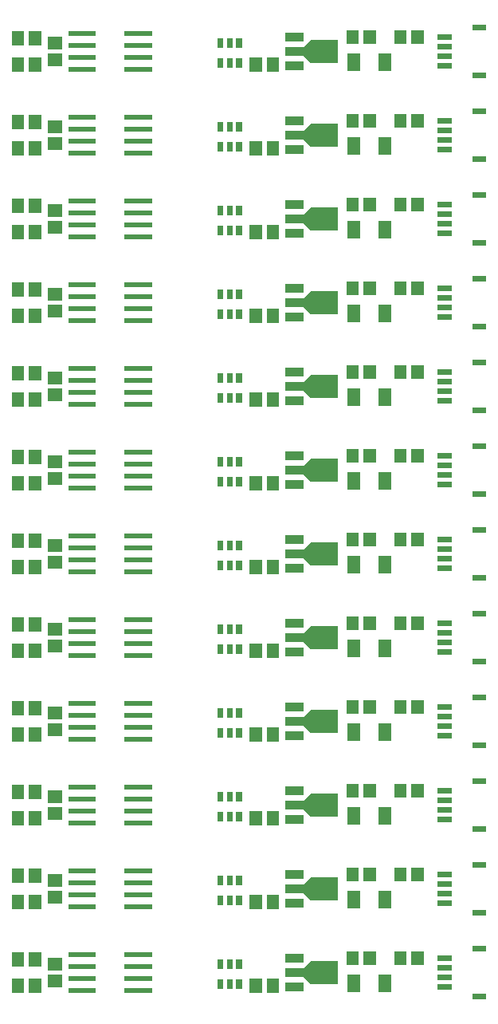
<source format=gbr>
G04 start of page 11 for group -4015 idx -4015 *
G04 Title: (unknown), toppaste *
G04 Creator: pcb 4.0.2 *
G04 CreationDate: Thu Feb  9 20:54:50 2023 UTC *
G04 For: petersen *
G04 Format: Gerber/RS-274X *
G04 PCB-Dimensions (mil): 3000.00 5500.00 *
G04 PCB-Coordinate-Origin: lower left *
%MOIN*%
%FSLAX25Y25*%
%LNTOPPASTE*%
%ADD53C,0.0001*%
G54D53*G36*
X228750Y466750D02*X223250D01*
Y459250D01*
X228750D01*
Y466750D01*
G37*
G36*
X215750D02*X210250D01*
Y459250D01*
X215750D01*
Y466750D01*
G37*
G36*
X85048Y466516D02*Y461398D01*
X90952D01*
Y466516D01*
X85048D01*
G37*
G36*
Y473602D02*Y468484D01*
X90952D01*
Y473602D01*
X85048D01*
G37*
G36*
X75016Y464952D02*X69898D01*
Y459048D01*
X75016D01*
Y464952D01*
G37*
G36*
X82102D02*X76984D01*
Y459048D01*
X82102D01*
Y464952D01*
G37*
G36*
X75016Y475952D02*X69898D01*
Y470048D01*
X75016D01*
Y475952D01*
G37*
G36*
X82102D02*X76984D01*
Y470048D01*
X82102D01*
Y475952D01*
G37*
G36*
X247949Y462775D02*Y460413D01*
X254051D01*
Y462775D01*
X247949D01*
G37*
G36*
Y466712D02*Y464350D01*
X254051D01*
Y466712D01*
X247949D01*
G37*
G36*
Y470650D02*Y468288D01*
X254051D01*
Y470650D01*
X247949D01*
G37*
G36*
Y474587D02*Y472225D01*
X254051D01*
Y474587D01*
X247949D01*
G37*
G36*
X262742Y458711D02*Y456211D01*
X268392D01*
Y458711D01*
X262742D01*
G37*
G36*
Y478789D02*Y476289D01*
X268392D01*
Y478789D01*
X262742D01*
G37*
G36*
X166100Y473000D02*X163700D01*
Y469000D01*
X166100D01*
Y473000D01*
G37*
G36*
X162200D02*X159800D01*
Y469000D01*
X162200D01*
Y473000D01*
G37*
G36*
X158300D02*X155900D01*
Y469000D01*
X158300D01*
Y473000D01*
G37*
G36*
Y464800D02*X155900D01*
Y460800D01*
X158300D01*
Y464800D01*
G37*
G36*
X162200D02*X159800D01*
Y460800D01*
X162200D01*
Y464800D01*
G37*
G36*
X166100D02*X163700D01*
Y460800D01*
X166100D01*
Y464800D01*
G37*
G36*
X184126Y475296D02*Y471516D01*
X192000D01*
Y475296D01*
X184126D01*
G37*
G36*
Y469390D02*Y465610D01*
X199716D01*
Y469390D01*
X184126D01*
G37*
G36*
X194835Y472225D02*Y462775D01*
X206175D01*
Y472225D01*
X194835D01*
G37*
G36*
X196255Y470805D02*X194835Y472225D01*
X191995Y469385D01*
X193415Y467965D01*
X196255Y470805D01*
G37*
G36*
X193415Y467035D02*X191995Y465615D01*
X194835Y462775D01*
X196255Y464195D01*
X193415Y467035D01*
G37*
G36*
X184126Y463484D02*Y459704D01*
X192000D01*
Y463484D01*
X184126D01*
G37*
G36*
X181602Y464952D02*X176484D01*
Y459048D01*
X181602D01*
Y464952D01*
G37*
G36*
X174516D02*X169398D01*
Y459048D01*
X174516D01*
Y464952D01*
G37*
G36*
X215016Y476452D02*X209898D01*
Y470548D01*
X215016D01*
Y476452D01*
G37*
G36*
X222102D02*X216984D01*
Y470548D01*
X222102D01*
Y476452D01*
G37*
G36*
X235016D02*X229898D01*
Y470548D01*
X235016D01*
Y476452D01*
G37*
G36*
X242102D02*X236984D01*
Y470548D01*
X242102D01*
Y476452D01*
G37*
G36*
X96500Y476000D02*Y474000D01*
X105000D01*
Y476000D01*
X96500D01*
G37*
G36*
Y471000D02*Y469000D01*
X105000D01*
Y471000D01*
X96500D01*
G37*
G36*
Y466000D02*Y464000D01*
X105000D01*
Y466000D01*
X96500D01*
G37*
G36*
Y461000D02*Y459000D01*
X105000D01*
Y461000D01*
X96500D01*
G37*
G36*
X117000D02*Y459000D01*
X125500D01*
Y461000D01*
X117000D01*
G37*
G36*
Y466000D02*Y464000D01*
X125500D01*
Y466000D01*
X117000D01*
G37*
G36*
Y471000D02*Y469000D01*
X125500D01*
Y471000D01*
X117000D01*
G37*
G36*
Y476000D02*Y474000D01*
X125500D01*
Y476000D01*
X117000D01*
G37*
G36*
X93500D02*Y474000D01*
X102000D01*
Y476000D01*
X93500D01*
G37*
G36*
Y471000D02*Y469000D01*
X102000D01*
Y471000D01*
X93500D01*
G37*
G36*
Y466000D02*Y464000D01*
X102000D01*
Y466000D01*
X93500D01*
G37*
G36*
Y461000D02*Y459000D01*
X102000D01*
Y461000D01*
X93500D01*
G37*
G36*
X120000D02*Y459000D01*
X128500D01*
Y461000D01*
X120000D01*
G37*
G36*
Y466000D02*Y464000D01*
X128500D01*
Y466000D01*
X120000D01*
G37*
G36*
Y471000D02*Y469000D01*
X128500D01*
Y471000D01*
X120000D01*
G37*
G36*
Y476000D02*Y474000D01*
X128500D01*
Y476000D01*
X120000D01*
G37*
G36*
X228750Y431750D02*X223250D01*
Y424250D01*
X228750D01*
Y431750D01*
G37*
G36*
X215750D02*X210250D01*
Y424250D01*
X215750D01*
Y431750D01*
G37*
G36*
X85048Y431516D02*Y426398D01*
X90952D01*
Y431516D01*
X85048D01*
G37*
G36*
Y438602D02*Y433484D01*
X90952D01*
Y438602D01*
X85048D01*
G37*
G36*
X75016Y429952D02*X69898D01*
Y424048D01*
X75016D01*
Y429952D01*
G37*
G36*
X82102D02*X76984D01*
Y424048D01*
X82102D01*
Y429952D01*
G37*
G36*
X75016Y440952D02*X69898D01*
Y435048D01*
X75016D01*
Y440952D01*
G37*
G36*
X82102D02*X76984D01*
Y435048D01*
X82102D01*
Y440952D01*
G37*
G36*
X247949Y427775D02*Y425413D01*
X254051D01*
Y427775D01*
X247949D01*
G37*
G36*
Y431712D02*Y429350D01*
X254051D01*
Y431712D01*
X247949D01*
G37*
G36*
Y435650D02*Y433288D01*
X254051D01*
Y435650D01*
X247949D01*
G37*
G36*
Y439587D02*Y437225D01*
X254051D01*
Y439587D01*
X247949D01*
G37*
G36*
X262742Y423711D02*Y421211D01*
X268392D01*
Y423711D01*
X262742D01*
G37*
G36*
Y443789D02*Y441289D01*
X268392D01*
Y443789D01*
X262742D01*
G37*
G36*
X166100Y438000D02*X163700D01*
Y434000D01*
X166100D01*
Y438000D01*
G37*
G36*
X162200D02*X159800D01*
Y434000D01*
X162200D01*
Y438000D01*
G37*
G36*
X158300D02*X155900D01*
Y434000D01*
X158300D01*
Y438000D01*
G37*
G36*
Y429800D02*X155900D01*
Y425800D01*
X158300D01*
Y429800D01*
G37*
G36*
X162200D02*X159800D01*
Y425800D01*
X162200D01*
Y429800D01*
G37*
G36*
X166100D02*X163700D01*
Y425800D01*
X166100D01*
Y429800D01*
G37*
G36*
X184126Y440296D02*Y436516D01*
X192000D01*
Y440296D01*
X184126D01*
G37*
G36*
Y434390D02*Y430610D01*
X199716D01*
Y434390D01*
X184126D01*
G37*
G36*
X194835Y437225D02*Y427775D01*
X206175D01*
Y437225D01*
X194835D01*
G37*
G36*
X196255Y435805D02*X194835Y437225D01*
X191995Y434385D01*
X193415Y432965D01*
X196255Y435805D01*
G37*
G36*
X193415Y432035D02*X191995Y430615D01*
X194835Y427775D01*
X196255Y429195D01*
X193415Y432035D01*
G37*
G36*
X184126Y428484D02*Y424704D01*
X192000D01*
Y428484D01*
X184126D01*
G37*
G36*
X181602Y429952D02*X176484D01*
Y424048D01*
X181602D01*
Y429952D01*
G37*
G36*
X174516D02*X169398D01*
Y424048D01*
X174516D01*
Y429952D01*
G37*
G36*
X215016Y441452D02*X209898D01*
Y435548D01*
X215016D01*
Y441452D01*
G37*
G36*
X222102D02*X216984D01*
Y435548D01*
X222102D01*
Y441452D01*
G37*
G36*
X235016D02*X229898D01*
Y435548D01*
X235016D01*
Y441452D01*
G37*
G36*
X242102D02*X236984D01*
Y435548D01*
X242102D01*
Y441452D01*
G37*
G36*
X96500Y441000D02*Y439000D01*
X105000D01*
Y441000D01*
X96500D01*
G37*
G36*
Y436000D02*Y434000D01*
X105000D01*
Y436000D01*
X96500D01*
G37*
G36*
Y431000D02*Y429000D01*
X105000D01*
Y431000D01*
X96500D01*
G37*
G36*
Y426000D02*Y424000D01*
X105000D01*
Y426000D01*
X96500D01*
G37*
G36*
X117000D02*Y424000D01*
X125500D01*
Y426000D01*
X117000D01*
G37*
G36*
Y431000D02*Y429000D01*
X125500D01*
Y431000D01*
X117000D01*
G37*
G36*
Y436000D02*Y434000D01*
X125500D01*
Y436000D01*
X117000D01*
G37*
G36*
Y441000D02*Y439000D01*
X125500D01*
Y441000D01*
X117000D01*
G37*
G36*
X93500D02*Y439000D01*
X102000D01*
Y441000D01*
X93500D01*
G37*
G36*
Y436000D02*Y434000D01*
X102000D01*
Y436000D01*
X93500D01*
G37*
G36*
Y431000D02*Y429000D01*
X102000D01*
Y431000D01*
X93500D01*
G37*
G36*
Y426000D02*Y424000D01*
X102000D01*
Y426000D01*
X93500D01*
G37*
G36*
X120000D02*Y424000D01*
X128500D01*
Y426000D01*
X120000D01*
G37*
G36*
Y431000D02*Y429000D01*
X128500D01*
Y431000D01*
X120000D01*
G37*
G36*
Y436000D02*Y434000D01*
X128500D01*
Y436000D01*
X120000D01*
G37*
G36*
Y441000D02*Y439000D01*
X128500D01*
Y441000D01*
X120000D01*
G37*
G36*
X228750Y396750D02*X223250D01*
Y389250D01*
X228750D01*
Y396750D01*
G37*
G36*
X215750D02*X210250D01*
Y389250D01*
X215750D01*
Y396750D01*
G37*
G36*
X85048Y396516D02*Y391398D01*
X90952D01*
Y396516D01*
X85048D01*
G37*
G36*
Y403602D02*Y398484D01*
X90952D01*
Y403602D01*
X85048D01*
G37*
G36*
X75016Y394952D02*X69898D01*
Y389048D01*
X75016D01*
Y394952D01*
G37*
G36*
X82102D02*X76984D01*
Y389048D01*
X82102D01*
Y394952D01*
G37*
G36*
X75016Y405952D02*X69898D01*
Y400048D01*
X75016D01*
Y405952D01*
G37*
G36*
X82102D02*X76984D01*
Y400048D01*
X82102D01*
Y405952D01*
G37*
G36*
X247949Y392775D02*Y390413D01*
X254051D01*
Y392775D01*
X247949D01*
G37*
G36*
Y396712D02*Y394350D01*
X254051D01*
Y396712D01*
X247949D01*
G37*
G36*
Y400650D02*Y398288D01*
X254051D01*
Y400650D01*
X247949D01*
G37*
G36*
Y404587D02*Y402225D01*
X254051D01*
Y404587D01*
X247949D01*
G37*
G36*
X262742Y388711D02*Y386211D01*
X268392D01*
Y388711D01*
X262742D01*
G37*
G36*
Y408789D02*Y406289D01*
X268392D01*
Y408789D01*
X262742D01*
G37*
G36*
X166100Y403000D02*X163700D01*
Y399000D01*
X166100D01*
Y403000D01*
G37*
G36*
X162200D02*X159800D01*
Y399000D01*
X162200D01*
Y403000D01*
G37*
G36*
X158300D02*X155900D01*
Y399000D01*
X158300D01*
Y403000D01*
G37*
G36*
Y394800D02*X155900D01*
Y390800D01*
X158300D01*
Y394800D01*
G37*
G36*
X162200D02*X159800D01*
Y390800D01*
X162200D01*
Y394800D01*
G37*
G36*
X166100D02*X163700D01*
Y390800D01*
X166100D01*
Y394800D01*
G37*
G36*
X184126Y405296D02*Y401516D01*
X192000D01*
Y405296D01*
X184126D01*
G37*
G36*
Y399390D02*Y395610D01*
X199716D01*
Y399390D01*
X184126D01*
G37*
G36*
X194835Y402225D02*Y392775D01*
X206175D01*
Y402225D01*
X194835D01*
G37*
G36*
X196255Y400805D02*X194835Y402225D01*
X191995Y399385D01*
X193415Y397965D01*
X196255Y400805D01*
G37*
G36*
X193415Y397035D02*X191995Y395615D01*
X194835Y392775D01*
X196255Y394195D01*
X193415Y397035D01*
G37*
G36*
X184126Y393484D02*Y389704D01*
X192000D01*
Y393484D01*
X184126D01*
G37*
G36*
X181602Y394952D02*X176484D01*
Y389048D01*
X181602D01*
Y394952D01*
G37*
G36*
X174516D02*X169398D01*
Y389048D01*
X174516D01*
Y394952D01*
G37*
G36*
X215016Y406452D02*X209898D01*
Y400548D01*
X215016D01*
Y406452D01*
G37*
G36*
X222102D02*X216984D01*
Y400548D01*
X222102D01*
Y406452D01*
G37*
G36*
X235016D02*X229898D01*
Y400548D01*
X235016D01*
Y406452D01*
G37*
G36*
X242102D02*X236984D01*
Y400548D01*
X242102D01*
Y406452D01*
G37*
G36*
X96500Y406000D02*Y404000D01*
X105000D01*
Y406000D01*
X96500D01*
G37*
G36*
Y401000D02*Y399000D01*
X105000D01*
Y401000D01*
X96500D01*
G37*
G36*
Y396000D02*Y394000D01*
X105000D01*
Y396000D01*
X96500D01*
G37*
G36*
Y391000D02*Y389000D01*
X105000D01*
Y391000D01*
X96500D01*
G37*
G36*
X117000D02*Y389000D01*
X125500D01*
Y391000D01*
X117000D01*
G37*
G36*
Y396000D02*Y394000D01*
X125500D01*
Y396000D01*
X117000D01*
G37*
G36*
Y401000D02*Y399000D01*
X125500D01*
Y401000D01*
X117000D01*
G37*
G36*
Y406000D02*Y404000D01*
X125500D01*
Y406000D01*
X117000D01*
G37*
G36*
X93500D02*Y404000D01*
X102000D01*
Y406000D01*
X93500D01*
G37*
G36*
Y401000D02*Y399000D01*
X102000D01*
Y401000D01*
X93500D01*
G37*
G36*
Y396000D02*Y394000D01*
X102000D01*
Y396000D01*
X93500D01*
G37*
G36*
Y391000D02*Y389000D01*
X102000D01*
Y391000D01*
X93500D01*
G37*
G36*
X120000D02*Y389000D01*
X128500D01*
Y391000D01*
X120000D01*
G37*
G36*
Y396000D02*Y394000D01*
X128500D01*
Y396000D01*
X120000D01*
G37*
G36*
Y401000D02*Y399000D01*
X128500D01*
Y401000D01*
X120000D01*
G37*
G36*
Y406000D02*Y404000D01*
X128500D01*
Y406000D01*
X120000D01*
G37*
G36*
X228750Y361750D02*X223250D01*
Y354250D01*
X228750D01*
Y361750D01*
G37*
G36*
X215750D02*X210250D01*
Y354250D01*
X215750D01*
Y361750D01*
G37*
G36*
X85048Y361516D02*Y356398D01*
X90952D01*
Y361516D01*
X85048D01*
G37*
G36*
Y368602D02*Y363484D01*
X90952D01*
Y368602D01*
X85048D01*
G37*
G36*
X75016Y359952D02*X69898D01*
Y354048D01*
X75016D01*
Y359952D01*
G37*
G36*
X82102D02*X76984D01*
Y354048D01*
X82102D01*
Y359952D01*
G37*
G36*
X75016Y370952D02*X69898D01*
Y365048D01*
X75016D01*
Y370952D01*
G37*
G36*
X82102D02*X76984D01*
Y365048D01*
X82102D01*
Y370952D01*
G37*
G36*
X247949Y357775D02*Y355413D01*
X254051D01*
Y357775D01*
X247949D01*
G37*
G36*
Y361712D02*Y359350D01*
X254051D01*
Y361712D01*
X247949D01*
G37*
G36*
Y365650D02*Y363288D01*
X254051D01*
Y365650D01*
X247949D01*
G37*
G36*
Y369587D02*Y367225D01*
X254051D01*
Y369587D01*
X247949D01*
G37*
G36*
X262742Y353711D02*Y351211D01*
X268392D01*
Y353711D01*
X262742D01*
G37*
G36*
Y373789D02*Y371289D01*
X268392D01*
Y373789D01*
X262742D01*
G37*
G36*
X166100Y368000D02*X163700D01*
Y364000D01*
X166100D01*
Y368000D01*
G37*
G36*
X162200D02*X159800D01*
Y364000D01*
X162200D01*
Y368000D01*
G37*
G36*
X158300D02*X155900D01*
Y364000D01*
X158300D01*
Y368000D01*
G37*
G36*
Y359800D02*X155900D01*
Y355800D01*
X158300D01*
Y359800D01*
G37*
G36*
X162200D02*X159800D01*
Y355800D01*
X162200D01*
Y359800D01*
G37*
G36*
X166100D02*X163700D01*
Y355800D01*
X166100D01*
Y359800D01*
G37*
G36*
X184126Y370296D02*Y366516D01*
X192000D01*
Y370296D01*
X184126D01*
G37*
G36*
Y364390D02*Y360610D01*
X199716D01*
Y364390D01*
X184126D01*
G37*
G36*
X194835Y367225D02*Y357775D01*
X206175D01*
Y367225D01*
X194835D01*
G37*
G36*
X196255Y365805D02*X194835Y367225D01*
X191995Y364385D01*
X193415Y362965D01*
X196255Y365805D01*
G37*
G36*
X193415Y362035D02*X191995Y360615D01*
X194835Y357775D01*
X196255Y359195D01*
X193415Y362035D01*
G37*
G36*
X184126Y358484D02*Y354704D01*
X192000D01*
Y358484D01*
X184126D01*
G37*
G36*
X181602Y359952D02*X176484D01*
Y354048D01*
X181602D01*
Y359952D01*
G37*
G36*
X174516D02*X169398D01*
Y354048D01*
X174516D01*
Y359952D01*
G37*
G36*
X215016Y371452D02*X209898D01*
Y365548D01*
X215016D01*
Y371452D01*
G37*
G36*
X222102D02*X216984D01*
Y365548D01*
X222102D01*
Y371452D01*
G37*
G36*
X235016D02*X229898D01*
Y365548D01*
X235016D01*
Y371452D01*
G37*
G36*
X242102D02*X236984D01*
Y365548D01*
X242102D01*
Y371452D01*
G37*
G36*
X96500Y371000D02*Y369000D01*
X105000D01*
Y371000D01*
X96500D01*
G37*
G36*
Y366000D02*Y364000D01*
X105000D01*
Y366000D01*
X96500D01*
G37*
G36*
Y361000D02*Y359000D01*
X105000D01*
Y361000D01*
X96500D01*
G37*
G36*
Y356000D02*Y354000D01*
X105000D01*
Y356000D01*
X96500D01*
G37*
G36*
X117000D02*Y354000D01*
X125500D01*
Y356000D01*
X117000D01*
G37*
G36*
Y361000D02*Y359000D01*
X125500D01*
Y361000D01*
X117000D01*
G37*
G36*
Y366000D02*Y364000D01*
X125500D01*
Y366000D01*
X117000D01*
G37*
G36*
Y371000D02*Y369000D01*
X125500D01*
Y371000D01*
X117000D01*
G37*
G36*
X93500D02*Y369000D01*
X102000D01*
Y371000D01*
X93500D01*
G37*
G36*
Y366000D02*Y364000D01*
X102000D01*
Y366000D01*
X93500D01*
G37*
G36*
Y361000D02*Y359000D01*
X102000D01*
Y361000D01*
X93500D01*
G37*
G36*
Y356000D02*Y354000D01*
X102000D01*
Y356000D01*
X93500D01*
G37*
G36*
X120000D02*Y354000D01*
X128500D01*
Y356000D01*
X120000D01*
G37*
G36*
Y361000D02*Y359000D01*
X128500D01*
Y361000D01*
X120000D01*
G37*
G36*
Y366000D02*Y364000D01*
X128500D01*
Y366000D01*
X120000D01*
G37*
G36*
Y371000D02*Y369000D01*
X128500D01*
Y371000D01*
X120000D01*
G37*
G36*
X228750Y326750D02*X223250D01*
Y319250D01*
X228750D01*
Y326750D01*
G37*
G36*
X215750D02*X210250D01*
Y319250D01*
X215750D01*
Y326750D01*
G37*
G36*
X85048Y326516D02*Y321398D01*
X90952D01*
Y326516D01*
X85048D01*
G37*
G36*
Y333602D02*Y328484D01*
X90952D01*
Y333602D01*
X85048D01*
G37*
G36*
X75016Y324952D02*X69898D01*
Y319048D01*
X75016D01*
Y324952D01*
G37*
G36*
X82102D02*X76984D01*
Y319048D01*
X82102D01*
Y324952D01*
G37*
G36*
X75016Y335952D02*X69898D01*
Y330048D01*
X75016D01*
Y335952D01*
G37*
G36*
X82102D02*X76984D01*
Y330048D01*
X82102D01*
Y335952D01*
G37*
G36*
X247949Y322775D02*Y320413D01*
X254051D01*
Y322775D01*
X247949D01*
G37*
G36*
Y326712D02*Y324350D01*
X254051D01*
Y326712D01*
X247949D01*
G37*
G36*
Y330650D02*Y328288D01*
X254051D01*
Y330650D01*
X247949D01*
G37*
G36*
Y334587D02*Y332225D01*
X254051D01*
Y334587D01*
X247949D01*
G37*
G36*
X262742Y318711D02*Y316211D01*
X268392D01*
Y318711D01*
X262742D01*
G37*
G36*
Y338789D02*Y336289D01*
X268392D01*
Y338789D01*
X262742D01*
G37*
G36*
X166100Y333000D02*X163700D01*
Y329000D01*
X166100D01*
Y333000D01*
G37*
G36*
X162200D02*X159800D01*
Y329000D01*
X162200D01*
Y333000D01*
G37*
G36*
X158300D02*X155900D01*
Y329000D01*
X158300D01*
Y333000D01*
G37*
G36*
Y324800D02*X155900D01*
Y320800D01*
X158300D01*
Y324800D01*
G37*
G36*
X162200D02*X159800D01*
Y320800D01*
X162200D01*
Y324800D01*
G37*
G36*
X166100D02*X163700D01*
Y320800D01*
X166100D01*
Y324800D01*
G37*
G36*
X184126Y335296D02*Y331516D01*
X192000D01*
Y335296D01*
X184126D01*
G37*
G36*
Y329390D02*Y325610D01*
X199716D01*
Y329390D01*
X184126D01*
G37*
G36*
X194835Y332225D02*Y322775D01*
X206175D01*
Y332225D01*
X194835D01*
G37*
G36*
X196255Y330805D02*X194835Y332225D01*
X191995Y329385D01*
X193415Y327965D01*
X196255Y330805D01*
G37*
G36*
X193415Y327035D02*X191995Y325615D01*
X194835Y322775D01*
X196255Y324195D01*
X193415Y327035D01*
G37*
G36*
X184126Y323484D02*Y319704D01*
X192000D01*
Y323484D01*
X184126D01*
G37*
G36*
X181602Y324952D02*X176484D01*
Y319048D01*
X181602D01*
Y324952D01*
G37*
G36*
X174516D02*X169398D01*
Y319048D01*
X174516D01*
Y324952D01*
G37*
G36*
X215016Y336452D02*X209898D01*
Y330548D01*
X215016D01*
Y336452D01*
G37*
G36*
X222102D02*X216984D01*
Y330548D01*
X222102D01*
Y336452D01*
G37*
G36*
X235016D02*X229898D01*
Y330548D01*
X235016D01*
Y336452D01*
G37*
G36*
X242102D02*X236984D01*
Y330548D01*
X242102D01*
Y336452D01*
G37*
G36*
X96500Y336000D02*Y334000D01*
X105000D01*
Y336000D01*
X96500D01*
G37*
G36*
Y331000D02*Y329000D01*
X105000D01*
Y331000D01*
X96500D01*
G37*
G36*
Y326000D02*Y324000D01*
X105000D01*
Y326000D01*
X96500D01*
G37*
G36*
Y321000D02*Y319000D01*
X105000D01*
Y321000D01*
X96500D01*
G37*
G36*
X117000D02*Y319000D01*
X125500D01*
Y321000D01*
X117000D01*
G37*
G36*
Y326000D02*Y324000D01*
X125500D01*
Y326000D01*
X117000D01*
G37*
G36*
Y331000D02*Y329000D01*
X125500D01*
Y331000D01*
X117000D01*
G37*
G36*
Y336000D02*Y334000D01*
X125500D01*
Y336000D01*
X117000D01*
G37*
G36*
X93500D02*Y334000D01*
X102000D01*
Y336000D01*
X93500D01*
G37*
G36*
Y331000D02*Y329000D01*
X102000D01*
Y331000D01*
X93500D01*
G37*
G36*
Y326000D02*Y324000D01*
X102000D01*
Y326000D01*
X93500D01*
G37*
G36*
Y321000D02*Y319000D01*
X102000D01*
Y321000D01*
X93500D01*
G37*
G36*
X120000D02*Y319000D01*
X128500D01*
Y321000D01*
X120000D01*
G37*
G36*
Y326000D02*Y324000D01*
X128500D01*
Y326000D01*
X120000D01*
G37*
G36*
Y331000D02*Y329000D01*
X128500D01*
Y331000D01*
X120000D01*
G37*
G36*
Y336000D02*Y334000D01*
X128500D01*
Y336000D01*
X120000D01*
G37*
G36*
X228750Y291750D02*X223250D01*
Y284250D01*
X228750D01*
Y291750D01*
G37*
G36*
X215750D02*X210250D01*
Y284250D01*
X215750D01*
Y291750D01*
G37*
G36*
X85048Y291516D02*Y286398D01*
X90952D01*
Y291516D01*
X85048D01*
G37*
G36*
Y298602D02*Y293484D01*
X90952D01*
Y298602D01*
X85048D01*
G37*
G36*
X75016Y289952D02*X69898D01*
Y284048D01*
X75016D01*
Y289952D01*
G37*
G36*
X82102D02*X76984D01*
Y284048D01*
X82102D01*
Y289952D01*
G37*
G36*
X75016Y300952D02*X69898D01*
Y295048D01*
X75016D01*
Y300952D01*
G37*
G36*
X82102D02*X76984D01*
Y295048D01*
X82102D01*
Y300952D01*
G37*
G36*
X247949Y287775D02*Y285413D01*
X254051D01*
Y287775D01*
X247949D01*
G37*
G36*
Y291712D02*Y289350D01*
X254051D01*
Y291712D01*
X247949D01*
G37*
G36*
Y295650D02*Y293288D01*
X254051D01*
Y295650D01*
X247949D01*
G37*
G36*
Y299587D02*Y297225D01*
X254051D01*
Y299587D01*
X247949D01*
G37*
G36*
X262742Y283711D02*Y281211D01*
X268392D01*
Y283711D01*
X262742D01*
G37*
G36*
Y303789D02*Y301289D01*
X268392D01*
Y303789D01*
X262742D01*
G37*
G36*
X166100Y298000D02*X163700D01*
Y294000D01*
X166100D01*
Y298000D01*
G37*
G36*
X162200D02*X159800D01*
Y294000D01*
X162200D01*
Y298000D01*
G37*
G36*
X158300D02*X155900D01*
Y294000D01*
X158300D01*
Y298000D01*
G37*
G36*
Y289800D02*X155900D01*
Y285800D01*
X158300D01*
Y289800D01*
G37*
G36*
X162200D02*X159800D01*
Y285800D01*
X162200D01*
Y289800D01*
G37*
G36*
X166100D02*X163700D01*
Y285800D01*
X166100D01*
Y289800D01*
G37*
G36*
X184126Y300296D02*Y296516D01*
X192000D01*
Y300296D01*
X184126D01*
G37*
G36*
Y294390D02*Y290610D01*
X199716D01*
Y294390D01*
X184126D01*
G37*
G36*
X194835Y297225D02*Y287775D01*
X206175D01*
Y297225D01*
X194835D01*
G37*
G36*
X196255Y295805D02*X194835Y297225D01*
X191995Y294385D01*
X193415Y292965D01*
X196255Y295805D01*
G37*
G36*
X193415Y292035D02*X191995Y290615D01*
X194835Y287775D01*
X196255Y289195D01*
X193415Y292035D01*
G37*
G36*
X184126Y288484D02*Y284704D01*
X192000D01*
Y288484D01*
X184126D01*
G37*
G36*
X181602Y289952D02*X176484D01*
Y284048D01*
X181602D01*
Y289952D01*
G37*
G36*
X174516D02*X169398D01*
Y284048D01*
X174516D01*
Y289952D01*
G37*
G36*
X215016Y301452D02*X209898D01*
Y295548D01*
X215016D01*
Y301452D01*
G37*
G36*
X222102D02*X216984D01*
Y295548D01*
X222102D01*
Y301452D01*
G37*
G36*
X235016D02*X229898D01*
Y295548D01*
X235016D01*
Y301452D01*
G37*
G36*
X242102D02*X236984D01*
Y295548D01*
X242102D01*
Y301452D01*
G37*
G36*
X96500Y301000D02*Y299000D01*
X105000D01*
Y301000D01*
X96500D01*
G37*
G36*
Y296000D02*Y294000D01*
X105000D01*
Y296000D01*
X96500D01*
G37*
G36*
Y291000D02*Y289000D01*
X105000D01*
Y291000D01*
X96500D01*
G37*
G36*
Y286000D02*Y284000D01*
X105000D01*
Y286000D01*
X96500D01*
G37*
G36*
X117000D02*Y284000D01*
X125500D01*
Y286000D01*
X117000D01*
G37*
G36*
Y291000D02*Y289000D01*
X125500D01*
Y291000D01*
X117000D01*
G37*
G36*
Y296000D02*Y294000D01*
X125500D01*
Y296000D01*
X117000D01*
G37*
G36*
Y301000D02*Y299000D01*
X125500D01*
Y301000D01*
X117000D01*
G37*
G36*
X93500D02*Y299000D01*
X102000D01*
Y301000D01*
X93500D01*
G37*
G36*
Y296000D02*Y294000D01*
X102000D01*
Y296000D01*
X93500D01*
G37*
G36*
Y291000D02*Y289000D01*
X102000D01*
Y291000D01*
X93500D01*
G37*
G36*
Y286000D02*Y284000D01*
X102000D01*
Y286000D01*
X93500D01*
G37*
G36*
X120000D02*Y284000D01*
X128500D01*
Y286000D01*
X120000D01*
G37*
G36*
Y291000D02*Y289000D01*
X128500D01*
Y291000D01*
X120000D01*
G37*
G36*
Y296000D02*Y294000D01*
X128500D01*
Y296000D01*
X120000D01*
G37*
G36*
Y301000D02*Y299000D01*
X128500D01*
Y301000D01*
X120000D01*
G37*
G36*
X228750Y256750D02*X223250D01*
Y249250D01*
X228750D01*
Y256750D01*
G37*
G36*
X215750D02*X210250D01*
Y249250D01*
X215750D01*
Y256750D01*
G37*
G36*
X85048Y256516D02*Y251398D01*
X90952D01*
Y256516D01*
X85048D01*
G37*
G36*
Y263602D02*Y258484D01*
X90952D01*
Y263602D01*
X85048D01*
G37*
G36*
X75016Y254952D02*X69898D01*
Y249048D01*
X75016D01*
Y254952D01*
G37*
G36*
X82102D02*X76984D01*
Y249048D01*
X82102D01*
Y254952D01*
G37*
G36*
X75016Y265952D02*X69898D01*
Y260048D01*
X75016D01*
Y265952D01*
G37*
G36*
X82102D02*X76984D01*
Y260048D01*
X82102D01*
Y265952D01*
G37*
G36*
X247949Y252775D02*Y250413D01*
X254051D01*
Y252775D01*
X247949D01*
G37*
G36*
Y256712D02*Y254350D01*
X254051D01*
Y256712D01*
X247949D01*
G37*
G36*
Y260650D02*Y258288D01*
X254051D01*
Y260650D01*
X247949D01*
G37*
G36*
Y264587D02*Y262225D01*
X254051D01*
Y264587D01*
X247949D01*
G37*
G36*
X262742Y248711D02*Y246211D01*
X268392D01*
Y248711D01*
X262742D01*
G37*
G36*
Y268789D02*Y266289D01*
X268392D01*
Y268789D01*
X262742D01*
G37*
G36*
X166100Y263000D02*X163700D01*
Y259000D01*
X166100D01*
Y263000D01*
G37*
G36*
X162200D02*X159800D01*
Y259000D01*
X162200D01*
Y263000D01*
G37*
G36*
X158300D02*X155900D01*
Y259000D01*
X158300D01*
Y263000D01*
G37*
G36*
Y254800D02*X155900D01*
Y250800D01*
X158300D01*
Y254800D01*
G37*
G36*
X162200D02*X159800D01*
Y250800D01*
X162200D01*
Y254800D01*
G37*
G36*
X166100D02*X163700D01*
Y250800D01*
X166100D01*
Y254800D01*
G37*
G36*
X184126Y265296D02*Y261516D01*
X192000D01*
Y265296D01*
X184126D01*
G37*
G36*
Y259390D02*Y255610D01*
X199716D01*
Y259390D01*
X184126D01*
G37*
G36*
X194835Y262225D02*Y252775D01*
X206175D01*
Y262225D01*
X194835D01*
G37*
G36*
X196255Y260805D02*X194835Y262225D01*
X191995Y259385D01*
X193415Y257965D01*
X196255Y260805D01*
G37*
G36*
X193415Y257035D02*X191995Y255615D01*
X194835Y252775D01*
X196255Y254195D01*
X193415Y257035D01*
G37*
G36*
X184126Y253484D02*Y249704D01*
X192000D01*
Y253484D01*
X184126D01*
G37*
G36*
X181602Y254952D02*X176484D01*
Y249048D01*
X181602D01*
Y254952D01*
G37*
G36*
X174516D02*X169398D01*
Y249048D01*
X174516D01*
Y254952D01*
G37*
G36*
X215016Y266452D02*X209898D01*
Y260548D01*
X215016D01*
Y266452D01*
G37*
G36*
X222102D02*X216984D01*
Y260548D01*
X222102D01*
Y266452D01*
G37*
G36*
X235016D02*X229898D01*
Y260548D01*
X235016D01*
Y266452D01*
G37*
G36*
X242102D02*X236984D01*
Y260548D01*
X242102D01*
Y266452D01*
G37*
G36*
X96500Y266000D02*Y264000D01*
X105000D01*
Y266000D01*
X96500D01*
G37*
G36*
Y261000D02*Y259000D01*
X105000D01*
Y261000D01*
X96500D01*
G37*
G36*
Y256000D02*Y254000D01*
X105000D01*
Y256000D01*
X96500D01*
G37*
G36*
Y251000D02*Y249000D01*
X105000D01*
Y251000D01*
X96500D01*
G37*
G36*
X117000D02*Y249000D01*
X125500D01*
Y251000D01*
X117000D01*
G37*
G36*
Y256000D02*Y254000D01*
X125500D01*
Y256000D01*
X117000D01*
G37*
G36*
Y261000D02*Y259000D01*
X125500D01*
Y261000D01*
X117000D01*
G37*
G36*
Y266000D02*Y264000D01*
X125500D01*
Y266000D01*
X117000D01*
G37*
G36*
X93500D02*Y264000D01*
X102000D01*
Y266000D01*
X93500D01*
G37*
G36*
Y261000D02*Y259000D01*
X102000D01*
Y261000D01*
X93500D01*
G37*
G36*
Y256000D02*Y254000D01*
X102000D01*
Y256000D01*
X93500D01*
G37*
G36*
Y251000D02*Y249000D01*
X102000D01*
Y251000D01*
X93500D01*
G37*
G36*
X120000D02*Y249000D01*
X128500D01*
Y251000D01*
X120000D01*
G37*
G36*
Y256000D02*Y254000D01*
X128500D01*
Y256000D01*
X120000D01*
G37*
G36*
Y261000D02*Y259000D01*
X128500D01*
Y261000D01*
X120000D01*
G37*
G36*
Y266000D02*Y264000D01*
X128500D01*
Y266000D01*
X120000D01*
G37*
G36*
X228750Y221750D02*X223250D01*
Y214250D01*
X228750D01*
Y221750D01*
G37*
G36*
X215750D02*X210250D01*
Y214250D01*
X215750D01*
Y221750D01*
G37*
G36*
X85048Y221516D02*Y216398D01*
X90952D01*
Y221516D01*
X85048D01*
G37*
G36*
Y228602D02*Y223484D01*
X90952D01*
Y228602D01*
X85048D01*
G37*
G36*
X75016Y219952D02*X69898D01*
Y214048D01*
X75016D01*
Y219952D01*
G37*
G36*
X82102D02*X76984D01*
Y214048D01*
X82102D01*
Y219952D01*
G37*
G36*
X75016Y230952D02*X69898D01*
Y225048D01*
X75016D01*
Y230952D01*
G37*
G36*
X82102D02*X76984D01*
Y225048D01*
X82102D01*
Y230952D01*
G37*
G36*
X247949Y217775D02*Y215413D01*
X254051D01*
Y217775D01*
X247949D01*
G37*
G36*
Y221712D02*Y219350D01*
X254051D01*
Y221712D01*
X247949D01*
G37*
G36*
Y225650D02*Y223288D01*
X254051D01*
Y225650D01*
X247949D01*
G37*
G36*
Y229587D02*Y227225D01*
X254051D01*
Y229587D01*
X247949D01*
G37*
G36*
X262742Y213711D02*Y211211D01*
X268392D01*
Y213711D01*
X262742D01*
G37*
G36*
Y233789D02*Y231289D01*
X268392D01*
Y233789D01*
X262742D01*
G37*
G36*
X166100Y228000D02*X163700D01*
Y224000D01*
X166100D01*
Y228000D01*
G37*
G36*
X162200D02*X159800D01*
Y224000D01*
X162200D01*
Y228000D01*
G37*
G36*
X158300D02*X155900D01*
Y224000D01*
X158300D01*
Y228000D01*
G37*
G36*
Y219800D02*X155900D01*
Y215800D01*
X158300D01*
Y219800D01*
G37*
G36*
X162200D02*X159800D01*
Y215800D01*
X162200D01*
Y219800D01*
G37*
G36*
X166100D02*X163700D01*
Y215800D01*
X166100D01*
Y219800D01*
G37*
G36*
X184126Y230296D02*Y226516D01*
X192000D01*
Y230296D01*
X184126D01*
G37*
G36*
Y224390D02*Y220610D01*
X199716D01*
Y224390D01*
X184126D01*
G37*
G36*
X194835Y227225D02*Y217775D01*
X206175D01*
Y227225D01*
X194835D01*
G37*
G36*
X196255Y225805D02*X194835Y227225D01*
X191995Y224385D01*
X193415Y222965D01*
X196255Y225805D01*
G37*
G36*
X193415Y222035D02*X191995Y220615D01*
X194835Y217775D01*
X196255Y219195D01*
X193415Y222035D01*
G37*
G36*
X184126Y218484D02*Y214704D01*
X192000D01*
Y218484D01*
X184126D01*
G37*
G36*
X181602Y219952D02*X176484D01*
Y214048D01*
X181602D01*
Y219952D01*
G37*
G36*
X174516D02*X169398D01*
Y214048D01*
X174516D01*
Y219952D01*
G37*
G36*
X215016Y231452D02*X209898D01*
Y225548D01*
X215016D01*
Y231452D01*
G37*
G36*
X222102D02*X216984D01*
Y225548D01*
X222102D01*
Y231452D01*
G37*
G36*
X235016D02*X229898D01*
Y225548D01*
X235016D01*
Y231452D01*
G37*
G36*
X242102D02*X236984D01*
Y225548D01*
X242102D01*
Y231452D01*
G37*
G36*
X96500Y231000D02*Y229000D01*
X105000D01*
Y231000D01*
X96500D01*
G37*
G36*
Y226000D02*Y224000D01*
X105000D01*
Y226000D01*
X96500D01*
G37*
G36*
Y221000D02*Y219000D01*
X105000D01*
Y221000D01*
X96500D01*
G37*
G36*
Y216000D02*Y214000D01*
X105000D01*
Y216000D01*
X96500D01*
G37*
G36*
X117000D02*Y214000D01*
X125500D01*
Y216000D01*
X117000D01*
G37*
G36*
Y221000D02*Y219000D01*
X125500D01*
Y221000D01*
X117000D01*
G37*
G36*
Y226000D02*Y224000D01*
X125500D01*
Y226000D01*
X117000D01*
G37*
G36*
Y231000D02*Y229000D01*
X125500D01*
Y231000D01*
X117000D01*
G37*
G36*
X93500D02*Y229000D01*
X102000D01*
Y231000D01*
X93500D01*
G37*
G36*
Y226000D02*Y224000D01*
X102000D01*
Y226000D01*
X93500D01*
G37*
G36*
Y221000D02*Y219000D01*
X102000D01*
Y221000D01*
X93500D01*
G37*
G36*
Y216000D02*Y214000D01*
X102000D01*
Y216000D01*
X93500D01*
G37*
G36*
X120000D02*Y214000D01*
X128500D01*
Y216000D01*
X120000D01*
G37*
G36*
Y221000D02*Y219000D01*
X128500D01*
Y221000D01*
X120000D01*
G37*
G36*
Y226000D02*Y224000D01*
X128500D01*
Y226000D01*
X120000D01*
G37*
G36*
Y231000D02*Y229000D01*
X128500D01*
Y231000D01*
X120000D01*
G37*
G36*
X228750Y186750D02*X223250D01*
Y179250D01*
X228750D01*
Y186750D01*
G37*
G36*
X215750D02*X210250D01*
Y179250D01*
X215750D01*
Y186750D01*
G37*
G36*
X85048Y186516D02*Y181398D01*
X90952D01*
Y186516D01*
X85048D01*
G37*
G36*
Y193602D02*Y188484D01*
X90952D01*
Y193602D01*
X85048D01*
G37*
G36*
X75016Y184952D02*X69898D01*
Y179048D01*
X75016D01*
Y184952D01*
G37*
G36*
X82102D02*X76984D01*
Y179048D01*
X82102D01*
Y184952D01*
G37*
G36*
X75016Y195952D02*X69898D01*
Y190048D01*
X75016D01*
Y195952D01*
G37*
G36*
X82102D02*X76984D01*
Y190048D01*
X82102D01*
Y195952D01*
G37*
G36*
X247949Y182775D02*Y180413D01*
X254051D01*
Y182775D01*
X247949D01*
G37*
G36*
Y186712D02*Y184350D01*
X254051D01*
Y186712D01*
X247949D01*
G37*
G36*
Y190650D02*Y188288D01*
X254051D01*
Y190650D01*
X247949D01*
G37*
G36*
Y194587D02*Y192225D01*
X254051D01*
Y194587D01*
X247949D01*
G37*
G36*
X262742Y178711D02*Y176211D01*
X268392D01*
Y178711D01*
X262742D01*
G37*
G36*
Y198789D02*Y196289D01*
X268392D01*
Y198789D01*
X262742D01*
G37*
G36*
X166100Y193000D02*X163700D01*
Y189000D01*
X166100D01*
Y193000D01*
G37*
G36*
X162200D02*X159800D01*
Y189000D01*
X162200D01*
Y193000D01*
G37*
G36*
X158300D02*X155900D01*
Y189000D01*
X158300D01*
Y193000D01*
G37*
G36*
Y184800D02*X155900D01*
Y180800D01*
X158300D01*
Y184800D01*
G37*
G36*
X162200D02*X159800D01*
Y180800D01*
X162200D01*
Y184800D01*
G37*
G36*
X166100D02*X163700D01*
Y180800D01*
X166100D01*
Y184800D01*
G37*
G36*
X184126Y195296D02*Y191516D01*
X192000D01*
Y195296D01*
X184126D01*
G37*
G36*
Y189390D02*Y185610D01*
X199716D01*
Y189390D01*
X184126D01*
G37*
G36*
X194835Y192225D02*Y182775D01*
X206175D01*
Y192225D01*
X194835D01*
G37*
G36*
X196255Y190805D02*X194835Y192225D01*
X191995Y189385D01*
X193415Y187965D01*
X196255Y190805D01*
G37*
G36*
X193415Y187035D02*X191995Y185615D01*
X194835Y182775D01*
X196255Y184195D01*
X193415Y187035D01*
G37*
G36*
X184126Y183484D02*Y179704D01*
X192000D01*
Y183484D01*
X184126D01*
G37*
G36*
X181602Y184952D02*X176484D01*
Y179048D01*
X181602D01*
Y184952D01*
G37*
G36*
X174516D02*X169398D01*
Y179048D01*
X174516D01*
Y184952D01*
G37*
G36*
X215016Y196452D02*X209898D01*
Y190548D01*
X215016D01*
Y196452D01*
G37*
G36*
X222102D02*X216984D01*
Y190548D01*
X222102D01*
Y196452D01*
G37*
G36*
X235016D02*X229898D01*
Y190548D01*
X235016D01*
Y196452D01*
G37*
G36*
X242102D02*X236984D01*
Y190548D01*
X242102D01*
Y196452D01*
G37*
G36*
X96500Y196000D02*Y194000D01*
X105000D01*
Y196000D01*
X96500D01*
G37*
G36*
Y191000D02*Y189000D01*
X105000D01*
Y191000D01*
X96500D01*
G37*
G36*
Y186000D02*Y184000D01*
X105000D01*
Y186000D01*
X96500D01*
G37*
G36*
Y181000D02*Y179000D01*
X105000D01*
Y181000D01*
X96500D01*
G37*
G36*
X117000D02*Y179000D01*
X125500D01*
Y181000D01*
X117000D01*
G37*
G36*
Y186000D02*Y184000D01*
X125500D01*
Y186000D01*
X117000D01*
G37*
G36*
Y191000D02*Y189000D01*
X125500D01*
Y191000D01*
X117000D01*
G37*
G36*
Y196000D02*Y194000D01*
X125500D01*
Y196000D01*
X117000D01*
G37*
G36*
X93500D02*Y194000D01*
X102000D01*
Y196000D01*
X93500D01*
G37*
G36*
Y191000D02*Y189000D01*
X102000D01*
Y191000D01*
X93500D01*
G37*
G36*
Y186000D02*Y184000D01*
X102000D01*
Y186000D01*
X93500D01*
G37*
G36*
Y181000D02*Y179000D01*
X102000D01*
Y181000D01*
X93500D01*
G37*
G36*
X120000D02*Y179000D01*
X128500D01*
Y181000D01*
X120000D01*
G37*
G36*
Y186000D02*Y184000D01*
X128500D01*
Y186000D01*
X120000D01*
G37*
G36*
Y191000D02*Y189000D01*
X128500D01*
Y191000D01*
X120000D01*
G37*
G36*
Y196000D02*Y194000D01*
X128500D01*
Y196000D01*
X120000D01*
G37*
G36*
X228750Y151750D02*X223250D01*
Y144250D01*
X228750D01*
Y151750D01*
G37*
G36*
X215750D02*X210250D01*
Y144250D01*
X215750D01*
Y151750D01*
G37*
G36*
X85048Y151516D02*Y146398D01*
X90952D01*
Y151516D01*
X85048D01*
G37*
G36*
Y158602D02*Y153484D01*
X90952D01*
Y158602D01*
X85048D01*
G37*
G36*
X75016Y149952D02*X69898D01*
Y144048D01*
X75016D01*
Y149952D01*
G37*
G36*
X82102D02*X76984D01*
Y144048D01*
X82102D01*
Y149952D01*
G37*
G36*
X75016Y160952D02*X69898D01*
Y155048D01*
X75016D01*
Y160952D01*
G37*
G36*
X82102D02*X76984D01*
Y155048D01*
X82102D01*
Y160952D01*
G37*
G36*
X247949Y147775D02*Y145413D01*
X254051D01*
Y147775D01*
X247949D01*
G37*
G36*
Y151712D02*Y149350D01*
X254051D01*
Y151712D01*
X247949D01*
G37*
G36*
Y155650D02*Y153288D01*
X254051D01*
Y155650D01*
X247949D01*
G37*
G36*
Y159587D02*Y157225D01*
X254051D01*
Y159587D01*
X247949D01*
G37*
G36*
X262742Y143711D02*Y141211D01*
X268392D01*
Y143711D01*
X262742D01*
G37*
G36*
Y163789D02*Y161289D01*
X268392D01*
Y163789D01*
X262742D01*
G37*
G36*
X166100Y158000D02*X163700D01*
Y154000D01*
X166100D01*
Y158000D01*
G37*
G36*
X162200D02*X159800D01*
Y154000D01*
X162200D01*
Y158000D01*
G37*
G36*
X158300D02*X155900D01*
Y154000D01*
X158300D01*
Y158000D01*
G37*
G36*
Y149800D02*X155900D01*
Y145800D01*
X158300D01*
Y149800D01*
G37*
G36*
X162200D02*X159800D01*
Y145800D01*
X162200D01*
Y149800D01*
G37*
G36*
X166100D02*X163700D01*
Y145800D01*
X166100D01*
Y149800D01*
G37*
G36*
X184126Y160296D02*Y156516D01*
X192000D01*
Y160296D01*
X184126D01*
G37*
G36*
Y154390D02*Y150610D01*
X199716D01*
Y154390D01*
X184126D01*
G37*
G36*
X194835Y157225D02*Y147775D01*
X206175D01*
Y157225D01*
X194835D01*
G37*
G36*
X196255Y155805D02*X194835Y157225D01*
X191995Y154385D01*
X193415Y152965D01*
X196255Y155805D01*
G37*
G36*
X193415Y152035D02*X191995Y150615D01*
X194835Y147775D01*
X196255Y149195D01*
X193415Y152035D01*
G37*
G36*
X184126Y148484D02*Y144704D01*
X192000D01*
Y148484D01*
X184126D01*
G37*
G36*
X181602Y149952D02*X176484D01*
Y144048D01*
X181602D01*
Y149952D01*
G37*
G36*
X174516D02*X169398D01*
Y144048D01*
X174516D01*
Y149952D01*
G37*
G36*
X215016Y161452D02*X209898D01*
Y155548D01*
X215016D01*
Y161452D01*
G37*
G36*
X222102D02*X216984D01*
Y155548D01*
X222102D01*
Y161452D01*
G37*
G36*
X235016D02*X229898D01*
Y155548D01*
X235016D01*
Y161452D01*
G37*
G36*
X242102D02*X236984D01*
Y155548D01*
X242102D01*
Y161452D01*
G37*
G36*
X96500Y161000D02*Y159000D01*
X105000D01*
Y161000D01*
X96500D01*
G37*
G36*
Y156000D02*Y154000D01*
X105000D01*
Y156000D01*
X96500D01*
G37*
G36*
Y151000D02*Y149000D01*
X105000D01*
Y151000D01*
X96500D01*
G37*
G36*
Y146000D02*Y144000D01*
X105000D01*
Y146000D01*
X96500D01*
G37*
G36*
X117000D02*Y144000D01*
X125500D01*
Y146000D01*
X117000D01*
G37*
G36*
Y151000D02*Y149000D01*
X125500D01*
Y151000D01*
X117000D01*
G37*
G36*
Y156000D02*Y154000D01*
X125500D01*
Y156000D01*
X117000D01*
G37*
G36*
Y161000D02*Y159000D01*
X125500D01*
Y161000D01*
X117000D01*
G37*
G36*
X93500D02*Y159000D01*
X102000D01*
Y161000D01*
X93500D01*
G37*
G36*
Y156000D02*Y154000D01*
X102000D01*
Y156000D01*
X93500D01*
G37*
G36*
Y151000D02*Y149000D01*
X102000D01*
Y151000D01*
X93500D01*
G37*
G36*
Y146000D02*Y144000D01*
X102000D01*
Y146000D01*
X93500D01*
G37*
G36*
X120000D02*Y144000D01*
X128500D01*
Y146000D01*
X120000D01*
G37*
G36*
Y151000D02*Y149000D01*
X128500D01*
Y151000D01*
X120000D01*
G37*
G36*
Y156000D02*Y154000D01*
X128500D01*
Y156000D01*
X120000D01*
G37*
G36*
Y161000D02*Y159000D01*
X128500D01*
Y161000D01*
X120000D01*
G37*
G36*
X228750Y116750D02*X223250D01*
Y109250D01*
X228750D01*
Y116750D01*
G37*
G36*
X215750D02*X210250D01*
Y109250D01*
X215750D01*
Y116750D01*
G37*
G36*
X85048Y116516D02*Y111398D01*
X90952D01*
Y116516D01*
X85048D01*
G37*
G36*
Y123602D02*Y118484D01*
X90952D01*
Y123602D01*
X85048D01*
G37*
G36*
X75016Y114952D02*X69898D01*
Y109048D01*
X75016D01*
Y114952D01*
G37*
G36*
X82102D02*X76984D01*
Y109048D01*
X82102D01*
Y114952D01*
G37*
G36*
X75016Y125952D02*X69898D01*
Y120048D01*
X75016D01*
Y125952D01*
G37*
G36*
X82102D02*X76984D01*
Y120048D01*
X82102D01*
Y125952D01*
G37*
G36*
X247949Y112775D02*Y110413D01*
X254051D01*
Y112775D01*
X247949D01*
G37*
G36*
Y116712D02*Y114350D01*
X254051D01*
Y116712D01*
X247949D01*
G37*
G36*
Y120650D02*Y118288D01*
X254051D01*
Y120650D01*
X247949D01*
G37*
G36*
Y124587D02*Y122225D01*
X254051D01*
Y124587D01*
X247949D01*
G37*
G36*
X262742Y108711D02*Y106211D01*
X268392D01*
Y108711D01*
X262742D01*
G37*
G36*
Y128789D02*Y126289D01*
X268392D01*
Y128789D01*
X262742D01*
G37*
G36*
X166100Y123000D02*X163700D01*
Y119000D01*
X166100D01*
Y123000D01*
G37*
G36*
X162200D02*X159800D01*
Y119000D01*
X162200D01*
Y123000D01*
G37*
G36*
X158300D02*X155900D01*
Y119000D01*
X158300D01*
Y123000D01*
G37*
G36*
Y114800D02*X155900D01*
Y110800D01*
X158300D01*
Y114800D01*
G37*
G36*
X162200D02*X159800D01*
Y110800D01*
X162200D01*
Y114800D01*
G37*
G36*
X166100D02*X163700D01*
Y110800D01*
X166100D01*
Y114800D01*
G37*
G36*
X184126Y125296D02*Y121516D01*
X192000D01*
Y125296D01*
X184126D01*
G37*
G36*
Y119390D02*Y115610D01*
X199716D01*
Y119390D01*
X184126D01*
G37*
G36*
X194835Y122225D02*Y112775D01*
X206175D01*
Y122225D01*
X194835D01*
G37*
G36*
X196255Y120805D02*X194835Y122225D01*
X191995Y119385D01*
X193415Y117965D01*
X196255Y120805D01*
G37*
G36*
X193415Y117035D02*X191995Y115615D01*
X194835Y112775D01*
X196255Y114195D01*
X193415Y117035D01*
G37*
G36*
X184126Y113484D02*Y109704D01*
X192000D01*
Y113484D01*
X184126D01*
G37*
G36*
X181602Y114952D02*X176484D01*
Y109048D01*
X181602D01*
Y114952D01*
G37*
G36*
X174516D02*X169398D01*
Y109048D01*
X174516D01*
Y114952D01*
G37*
G36*
X215016Y126452D02*X209898D01*
Y120548D01*
X215016D01*
Y126452D01*
G37*
G36*
X222102D02*X216984D01*
Y120548D01*
X222102D01*
Y126452D01*
G37*
G36*
X235016D02*X229898D01*
Y120548D01*
X235016D01*
Y126452D01*
G37*
G36*
X242102D02*X236984D01*
Y120548D01*
X242102D01*
Y126452D01*
G37*
G36*
X96500Y126000D02*Y124000D01*
X105000D01*
Y126000D01*
X96500D01*
G37*
G36*
Y121000D02*Y119000D01*
X105000D01*
Y121000D01*
X96500D01*
G37*
G36*
Y116000D02*Y114000D01*
X105000D01*
Y116000D01*
X96500D01*
G37*
G36*
Y111000D02*Y109000D01*
X105000D01*
Y111000D01*
X96500D01*
G37*
G36*
X117000D02*Y109000D01*
X125500D01*
Y111000D01*
X117000D01*
G37*
G36*
Y116000D02*Y114000D01*
X125500D01*
Y116000D01*
X117000D01*
G37*
G36*
Y121000D02*Y119000D01*
X125500D01*
Y121000D01*
X117000D01*
G37*
G36*
Y126000D02*Y124000D01*
X125500D01*
Y126000D01*
X117000D01*
G37*
G36*
X93500D02*Y124000D01*
X102000D01*
Y126000D01*
X93500D01*
G37*
G36*
Y121000D02*Y119000D01*
X102000D01*
Y121000D01*
X93500D01*
G37*
G36*
Y116000D02*Y114000D01*
X102000D01*
Y116000D01*
X93500D01*
G37*
G36*
Y111000D02*Y109000D01*
X102000D01*
Y111000D01*
X93500D01*
G37*
G36*
X120000D02*Y109000D01*
X128500D01*
Y111000D01*
X120000D01*
G37*
G36*
Y116000D02*Y114000D01*
X128500D01*
Y116000D01*
X120000D01*
G37*
G36*
Y121000D02*Y119000D01*
X128500D01*
Y121000D01*
X120000D01*
G37*
G36*
Y126000D02*Y124000D01*
X128500D01*
Y126000D01*
X120000D01*
G37*
G36*
X228750Y81750D02*X223250D01*
Y74250D01*
X228750D01*
Y81750D01*
G37*
G36*
X215750D02*X210250D01*
Y74250D01*
X215750D01*
Y81750D01*
G37*
G36*
X85048Y81516D02*Y76398D01*
X90952D01*
Y81516D01*
X85048D01*
G37*
G36*
Y88602D02*Y83484D01*
X90952D01*
Y88602D01*
X85048D01*
G37*
G36*
X75016Y79952D02*X69898D01*
Y74048D01*
X75016D01*
Y79952D01*
G37*
G36*
X82102D02*X76984D01*
Y74048D01*
X82102D01*
Y79952D01*
G37*
G36*
X75016Y90952D02*X69898D01*
Y85048D01*
X75016D01*
Y90952D01*
G37*
G36*
X82102D02*X76984D01*
Y85048D01*
X82102D01*
Y90952D01*
G37*
G36*
X247949Y77775D02*Y75413D01*
X254051D01*
Y77775D01*
X247949D01*
G37*
G36*
Y81712D02*Y79350D01*
X254051D01*
Y81712D01*
X247949D01*
G37*
G36*
Y85650D02*Y83288D01*
X254051D01*
Y85650D01*
X247949D01*
G37*
G36*
Y89587D02*Y87225D01*
X254051D01*
Y89587D01*
X247949D01*
G37*
G36*
X262742Y73711D02*Y71211D01*
X268392D01*
Y73711D01*
X262742D01*
G37*
G36*
Y93789D02*Y91289D01*
X268392D01*
Y93789D01*
X262742D01*
G37*
G36*
X166100Y88000D02*X163700D01*
Y84000D01*
X166100D01*
Y88000D01*
G37*
G36*
X162200D02*X159800D01*
Y84000D01*
X162200D01*
Y88000D01*
G37*
G36*
X158300D02*X155900D01*
Y84000D01*
X158300D01*
Y88000D01*
G37*
G36*
Y79800D02*X155900D01*
Y75800D01*
X158300D01*
Y79800D01*
G37*
G36*
X162200D02*X159800D01*
Y75800D01*
X162200D01*
Y79800D01*
G37*
G36*
X166100D02*X163700D01*
Y75800D01*
X166100D01*
Y79800D01*
G37*
G36*
X184126Y90296D02*Y86516D01*
X192000D01*
Y90296D01*
X184126D01*
G37*
G36*
Y84390D02*Y80610D01*
X199716D01*
Y84390D01*
X184126D01*
G37*
G36*
X194835Y87225D02*Y77775D01*
X206175D01*
Y87225D01*
X194835D01*
G37*
G36*
X196255Y85805D02*X194835Y87225D01*
X191995Y84385D01*
X193415Y82965D01*
X196255Y85805D01*
G37*
G36*
X193415Y82035D02*X191995Y80615D01*
X194835Y77775D01*
X196255Y79195D01*
X193415Y82035D01*
G37*
G36*
X184126Y78484D02*Y74704D01*
X192000D01*
Y78484D01*
X184126D01*
G37*
G36*
X181602Y79952D02*X176484D01*
Y74048D01*
X181602D01*
Y79952D01*
G37*
G36*
X174516D02*X169398D01*
Y74048D01*
X174516D01*
Y79952D01*
G37*
G36*
X215016Y91452D02*X209898D01*
Y85548D01*
X215016D01*
Y91452D01*
G37*
G36*
X222102D02*X216984D01*
Y85548D01*
X222102D01*
Y91452D01*
G37*
G36*
X235016D02*X229898D01*
Y85548D01*
X235016D01*
Y91452D01*
G37*
G36*
X242102D02*X236984D01*
Y85548D01*
X242102D01*
Y91452D01*
G37*
G36*
X96500Y91000D02*Y89000D01*
X105000D01*
Y91000D01*
X96500D01*
G37*
G36*
Y86000D02*Y84000D01*
X105000D01*
Y86000D01*
X96500D01*
G37*
G36*
Y81000D02*Y79000D01*
X105000D01*
Y81000D01*
X96500D01*
G37*
G36*
Y76000D02*Y74000D01*
X105000D01*
Y76000D01*
X96500D01*
G37*
G36*
X117000D02*Y74000D01*
X125500D01*
Y76000D01*
X117000D01*
G37*
G36*
Y81000D02*Y79000D01*
X125500D01*
Y81000D01*
X117000D01*
G37*
G36*
Y86000D02*Y84000D01*
X125500D01*
Y86000D01*
X117000D01*
G37*
G36*
Y91000D02*Y89000D01*
X125500D01*
Y91000D01*
X117000D01*
G37*
G36*
X93500D02*Y89000D01*
X102000D01*
Y91000D01*
X93500D01*
G37*
G36*
Y86000D02*Y84000D01*
X102000D01*
Y86000D01*
X93500D01*
G37*
G36*
Y81000D02*Y79000D01*
X102000D01*
Y81000D01*
X93500D01*
G37*
G36*
Y76000D02*Y74000D01*
X102000D01*
Y76000D01*
X93500D01*
G37*
G36*
X120000D02*Y74000D01*
X128500D01*
Y76000D01*
X120000D01*
G37*
G36*
Y81000D02*Y79000D01*
X128500D01*
Y81000D01*
X120000D01*
G37*
G36*
Y86000D02*Y84000D01*
X128500D01*
Y86000D01*
X120000D01*
G37*
G36*
Y91000D02*Y89000D01*
X128500D01*
Y91000D01*
X120000D01*
G37*
M02*

</source>
